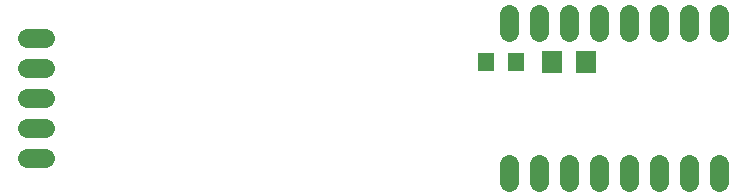
<source format=gbs>
G04 EAGLE Gerber RS-274X export*
G75*
%MOMM*%
%FSLAX34Y34*%
%LPD*%
%INBottom Solder Mask*%
%IPPOS*%
%AMOC8*
5,1,8,0,0,1.08239X$1,22.5*%
G01*
%ADD10C,1.625600*%
%ADD11R,1.701600X1.904600*%
%ADD12R,1.371600X1.625600*%


D10*
X39370Y50800D02*
X24130Y50800D01*
X24130Y76200D02*
X39370Y76200D01*
X39370Y101600D02*
X24130Y101600D01*
X24130Y127000D02*
X39370Y127000D01*
X39370Y152400D02*
X24130Y152400D01*
X431800Y45720D02*
X431800Y30480D01*
X457200Y30480D02*
X457200Y45720D01*
X482600Y45720D02*
X482600Y30480D01*
X508000Y30480D02*
X508000Y45720D01*
X533400Y45720D02*
X533400Y30480D01*
X558800Y30480D02*
X558800Y45720D01*
X584200Y45720D02*
X584200Y30480D01*
X609600Y30480D02*
X609600Y45720D01*
X609600Y157480D02*
X609600Y172720D01*
X584200Y172720D02*
X584200Y157480D01*
X558800Y157480D02*
X558800Y172720D01*
X533400Y172720D02*
X533400Y157480D01*
X508000Y157480D02*
X508000Y172720D01*
X482600Y172720D02*
X482600Y157480D01*
X457200Y157480D02*
X457200Y172720D01*
X431800Y172720D02*
X431800Y157480D01*
D11*
X496820Y132080D03*
X468380Y132080D03*
D12*
X438150Y132080D03*
X412750Y132080D03*
M02*

</source>
